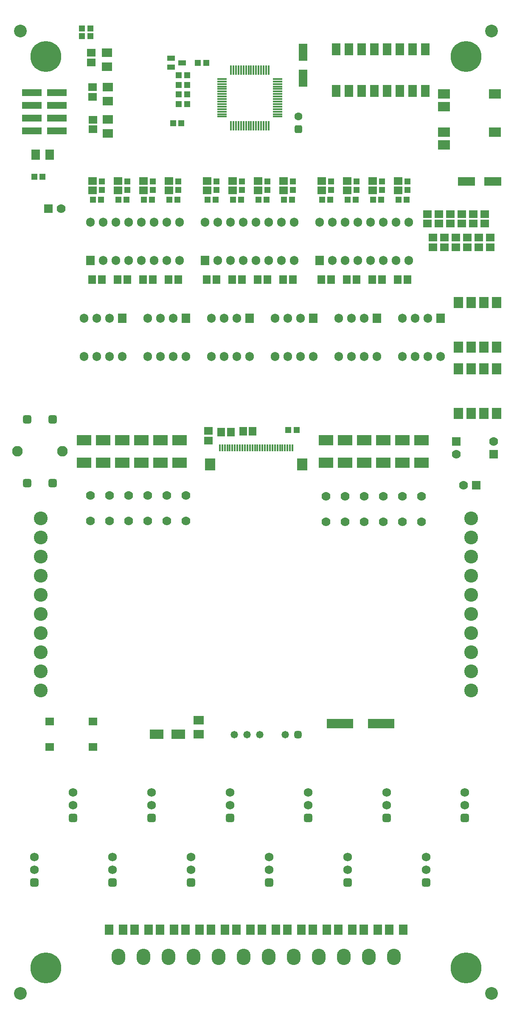
<source format=gts>
%FSLAX25Y25*%
%MOIN*%
G70*
G01*
G75*
G04 Layer_Color=8388736*
%ADD10R,0.09000X0.06500*%
%ADD11R,0.07000X0.08000*%
%ADD12R,0.05906X0.05118*%
%ADD13R,0.12500X0.06000*%
%ADD14R,0.06000X0.12500*%
%ADD15R,0.05600X0.03600*%
%ADD16R,0.06299X0.07087*%
%ADD17R,0.10630X0.07087*%
%ADD18R,0.04331X0.03937*%
%ADD19R,0.05118X0.05906*%
%ADD20C,0.05000*%
%ADD21R,0.07087X0.06299*%
%ADD22R,0.03937X0.04331*%
%ADD23R,0.06000X0.08500*%
%ADD24R,0.01181X0.05118*%
%ADD25R,0.07087X0.08661*%
%ADD26O,0.01181X0.07087*%
%ADD27O,0.07087X0.01181*%
%ADD28R,0.14500X0.05000*%
%ADD29R,0.10000X0.07000*%
%ADD30R,0.20000X0.07000*%
%ADD31R,0.06000X0.05500*%
%ADD32C,0.00800*%
%ADD33C,0.01000*%
%ADD34C,0.05000*%
%ADD35C,0.02000*%
%ADD36C,0.08000*%
%ADD37C,0.02500*%
%ADD38C,0.01200*%
%ADD39C,0.13000*%
%ADD40C,0.10000*%
%ADD41C,0.06000*%
G04:AMPARAMS|DCode=42|XSize=60mil|YSize=60mil|CornerRadius=15mil|HoleSize=0mil|Usage=FLASHONLY|Rotation=90.000|XOffset=0mil|YOffset=0mil|HoleType=Round|Shape=RoundedRectangle|*
%AMROUNDEDRECTD42*
21,1,0.06000,0.03000,0,0,90.0*
21,1,0.03000,0.06000,0,0,90.0*
1,1,0.03000,0.01500,0.01500*
1,1,0.03000,0.01500,-0.01500*
1,1,0.03000,-0.01500,-0.01500*
1,1,0.03000,-0.01500,0.01500*
%
%ADD42ROUNDEDRECTD42*%
%ADD43R,0.06200X0.06200*%
%ADD44C,0.06200*%
%ADD45O,0.06000X0.06400*%
%ADD46R,0.06000X0.06400*%
%ADD47O,0.10000X0.12000*%
%ADD48C,0.23400*%
%ADD49R,0.06200X0.06200*%
%ADD50C,0.10000*%
%ADD51C,0.07500*%
G04:AMPARAMS|DCode=52|XSize=50mil|YSize=50mil|CornerRadius=12.5mil|HoleSize=0mil|Usage=FLASHONLY|Rotation=180.000|XOffset=0mil|YOffset=0mil|HoleType=Round|Shape=RoundedRectangle|*
%AMROUNDEDRECTD52*
21,1,0.05000,0.02500,0,0,180.0*
21,1,0.02500,0.05000,0,0,180.0*
1,1,0.02500,-0.01250,0.01250*
1,1,0.02500,0.01250,0.01250*
1,1,0.02500,0.01250,-0.01250*
1,1,0.02500,-0.01250,-0.01250*
%
%ADD52ROUNDEDRECTD52*%
%ADD53C,0.05500*%
G04:AMPARAMS|DCode=54|XSize=55mil|YSize=55mil|CornerRadius=13.75mil|HoleSize=0mil|Usage=FLASHONLY|Rotation=180.000|XOffset=0mil|YOffset=0mil|HoleType=Round|Shape=RoundedRectangle|*
%AMROUNDEDRECTD54*
21,1,0.05500,0.02750,0,0,180.0*
21,1,0.02750,0.05500,0,0,180.0*
1,1,0.02750,-0.01375,0.01375*
1,1,0.02750,0.01375,0.01375*
1,1,0.02750,0.01375,-0.01375*
1,1,0.02750,-0.01375,-0.01375*
%
%ADD54ROUNDEDRECTD54*%
%ADD55C,0.03000*%
%ADD56C,0.08000*%
%ADD57R,0.09000X0.10000*%
%ADD58R,0.06000X0.02500*%
%ADD59R,0.02500X0.06000*%
%ADD60R,0.11800X0.06300*%
%ADD61R,0.25590X0.23622*%
%ADD62C,0.03000*%
%ADD63C,0.02362*%
%ADD64C,0.00984*%
%ADD65C,0.00500*%
%ADD66C,0.01500*%
%ADD67C,0.00699*%
%ADD68C,0.00787*%
%ADD69C,0.01600*%
%ADD70R,0.19000X0.55500*%
%ADD71R,0.06000X0.06000*%
%ADD72P,0.09051X4X180.0*%
%ADD73O,0.10200X0.12200*%
%ADD74P,0.09051X4X90.0*%
%ADD75C,0.05106*%
G04:AMPARAMS|DCode=76|XSize=51.06mil|YSize=51.06mil|CornerRadius=12.77mil|HoleSize=0mil|Usage=FLASHONLY|Rotation=0.000|XOffset=0mil|YOffset=0mil|HoleType=Round|Shape=RoundedRectangle|*
%AMROUNDEDRECTD76*
21,1,0.05106,0.02553,0,0,0.0*
21,1,0.02553,0.05106,0,0,0.0*
1,1,0.02553,0.01277,-0.01277*
1,1,0.02553,-0.01277,-0.01277*
1,1,0.02553,-0.01277,0.01277*
1,1,0.02553,0.01277,0.01277*
%
%ADD76ROUNDEDRECTD76*%
%ADD77R,0.06890X0.08465*%
%ADD78R,0.09800X0.07300*%
%ADD79R,0.07800X0.08800*%
%ADD80R,0.06706X0.05918*%
%ADD81R,0.13300X0.06800*%
%ADD82R,0.06800X0.13300*%
%ADD83R,0.06400X0.04400*%
%ADD84R,0.07099X0.07887*%
%ADD85R,0.11430X0.07887*%
%ADD86R,0.05131X0.04737*%
%ADD87R,0.05918X0.06706*%
%ADD88R,0.07887X0.07099*%
%ADD89R,0.04737X0.05131*%
%ADD90R,0.06800X0.09300*%
%ADD91R,0.01481X0.05418*%
%ADD92R,0.07874X0.09449*%
%ADD93O,0.01481X0.07387*%
%ADD94O,0.07387X0.01481*%
%ADD95R,0.15300X0.05800*%
%ADD96R,0.10800X0.07800*%
%ADD97R,0.20800X0.07800*%
%ADD98R,0.06800X0.06300*%
%ADD99C,0.06800*%
G04:AMPARAMS|DCode=100|XSize=68mil|YSize=68mil|CornerRadius=19mil|HoleSize=0mil|Usage=FLASHONLY|Rotation=90.000|XOffset=0mil|YOffset=0mil|HoleType=Round|Shape=RoundedRectangle|*
%AMROUNDEDRECTD100*
21,1,0.06800,0.03000,0,0,90.0*
21,1,0.03000,0.06800,0,0,90.0*
1,1,0.03800,0.01500,0.01500*
1,1,0.03800,0.01500,-0.01500*
1,1,0.03800,-0.01500,-0.01500*
1,1,0.03800,-0.01500,0.01500*
%
%ADD100ROUNDEDRECTD100*%
%ADD101R,0.07000X0.07000*%
%ADD102C,0.07000*%
%ADD103O,0.06800X0.07200*%
%ADD104R,0.06800X0.07200*%
%ADD105O,0.10800X0.12800*%
%ADD106C,0.24200*%
%ADD107R,0.07000X0.07000*%
%ADD108C,0.10800*%
%ADD109C,0.08300*%
%ADD110C,0.05800*%
G04:AMPARAMS|DCode=111|XSize=58mil|YSize=58mil|CornerRadius=16.5mil|HoleSize=0mil|Usage=FLASHONLY|Rotation=180.000|XOffset=0mil|YOffset=0mil|HoleType=Round|Shape=RoundedRectangle|*
%AMROUNDEDRECTD111*
21,1,0.05800,0.02500,0,0,180.0*
21,1,0.02500,0.05800,0,0,180.0*
1,1,0.03300,-0.01250,0.01250*
1,1,0.03300,0.01250,0.01250*
1,1,0.03300,0.01250,-0.01250*
1,1,0.03300,-0.01250,-0.01250*
%
%ADD111ROUNDEDRECTD111*%
%ADD112C,0.06300*%
G04:AMPARAMS|DCode=113|XSize=63mil|YSize=63mil|CornerRadius=17.75mil|HoleSize=0mil|Usage=FLASHONLY|Rotation=180.000|XOffset=0mil|YOffset=0mil|HoleType=Round|Shape=RoundedRectangle|*
%AMROUNDEDRECTD113*
21,1,0.06300,0.02750,0,0,180.0*
21,1,0.02750,0.06300,0,0,180.0*
1,1,0.03550,-0.01375,0.01375*
1,1,0.03550,0.01375,0.01375*
1,1,0.03550,0.01375,-0.01375*
1,1,0.03550,-0.01375,-0.01375*
%
%ADD113ROUNDEDRECTD113*%
G54D50*
X370000Y755000D02*
D03*
X0D02*
D03*
X370000Y0D02*
D03*
X0Y0D02*
D03*
G54D78*
X372500Y675500D02*
D03*
Y705500D02*
D03*
X332500Y665500D02*
D03*
Y675500D02*
D03*
Y695500D02*
D03*
Y705500D02*
D03*
G54D79*
X364000Y542000D02*
D03*
X354000D02*
D03*
Y507000D02*
D03*
X344000Y542000D02*
D03*
X374000D02*
D03*
X344000Y507000D02*
D03*
X374000D02*
D03*
X364000D02*
D03*
Y490000D02*
D03*
X354000D02*
D03*
Y455000D02*
D03*
X344000Y490000D02*
D03*
X374000D02*
D03*
X344000Y455000D02*
D03*
X374000D02*
D03*
X364000D02*
D03*
G54D80*
X355500Y603750D02*
D03*
Y611250D02*
D03*
X346500D02*
D03*
Y603750D02*
D03*
X364500Y611250D02*
D03*
Y603750D02*
D03*
X369000Y592750D02*
D03*
Y585250D02*
D03*
X342000Y592750D02*
D03*
Y585250D02*
D03*
X324000Y592750D02*
D03*
Y585250D02*
D03*
X360000Y592750D02*
D03*
Y585250D02*
D03*
X328500Y611250D02*
D03*
Y603750D02*
D03*
X351000Y585250D02*
D03*
X337500Y603750D02*
D03*
X333000Y585250D02*
D03*
X57000Y685250D02*
D03*
Y677750D02*
D03*
X56500Y710750D02*
D03*
Y703250D02*
D03*
Y629750D02*
D03*
Y637250D02*
D03*
X76500Y629750D02*
D03*
Y637250D02*
D03*
X96500Y629750D02*
D03*
Y637250D02*
D03*
X116500Y629750D02*
D03*
Y637250D02*
D03*
X236500Y629750D02*
D03*
Y637250D02*
D03*
X256500Y629750D02*
D03*
Y637250D02*
D03*
X276500Y629750D02*
D03*
Y637250D02*
D03*
X296500Y629750D02*
D03*
Y637250D02*
D03*
X146500Y629750D02*
D03*
Y637250D02*
D03*
X166500Y629750D02*
D03*
Y637250D02*
D03*
X186500Y629750D02*
D03*
Y637250D02*
D03*
X206500Y629750D02*
D03*
Y637250D02*
D03*
X333000Y592750D02*
D03*
X337500Y611250D02*
D03*
X351000Y592750D02*
D03*
X55500Y730250D02*
D03*
Y737750D02*
D03*
X147500Y433550D02*
D03*
Y441050D02*
D03*
X319500Y611250D02*
D03*
Y603750D02*
D03*
G54D81*
X350250Y637000D02*
D03*
X370750D02*
D03*
G54D82*
X222000Y738250D02*
D03*
Y717750D02*
D03*
G54D83*
X118250Y733500D02*
D03*
X126750Y730000D02*
D03*
X118250Y726500D02*
D03*
G54D84*
X12000Y658000D02*
D03*
X23000D02*
D03*
X209500Y49900D02*
D03*
X220500D02*
D03*
X189500D02*
D03*
X200500D02*
D03*
X169500D02*
D03*
X180500D02*
D03*
X149500D02*
D03*
X160500D02*
D03*
X129500D02*
D03*
X140500D02*
D03*
X109500D02*
D03*
X120500D02*
D03*
X89500D02*
D03*
X100500D02*
D03*
X69500D02*
D03*
X80500D02*
D03*
X229500D02*
D03*
X240500D02*
D03*
X249500D02*
D03*
X260500D02*
D03*
X269500D02*
D03*
X280500D02*
D03*
X289500D02*
D03*
X300500D02*
D03*
G54D85*
X125000Y433750D02*
D03*
Y416250D02*
D03*
X110000Y433750D02*
D03*
Y416250D02*
D03*
X95000Y433750D02*
D03*
Y416250D02*
D03*
X80000Y433750D02*
D03*
Y416250D02*
D03*
X65000Y433750D02*
D03*
Y416250D02*
D03*
X50000Y433750D02*
D03*
Y416250D02*
D03*
X255000D02*
D03*
Y433750D02*
D03*
X240000D02*
D03*
Y416250D02*
D03*
X315000D02*
D03*
Y433750D02*
D03*
X300000Y416250D02*
D03*
Y433750D02*
D03*
X285000Y416250D02*
D03*
Y433750D02*
D03*
X270000D02*
D03*
Y416250D02*
D03*
G54D86*
X145750Y730000D02*
D03*
X216750Y442000D02*
D03*
X210250D02*
D03*
X146750Y622500D02*
D03*
X153250D02*
D03*
X166750D02*
D03*
X173250D02*
D03*
X186750D02*
D03*
X193250D02*
D03*
X206750D02*
D03*
X213250D02*
D03*
X236750D02*
D03*
X243250D02*
D03*
X256750D02*
D03*
X263250D02*
D03*
X276750D02*
D03*
X283250D02*
D03*
X296750D02*
D03*
X303250D02*
D03*
X56750D02*
D03*
X63250D02*
D03*
X76750D02*
D03*
X83250D02*
D03*
X96750D02*
D03*
X103250D02*
D03*
X116750D02*
D03*
X123250D02*
D03*
X119750Y682500D02*
D03*
X126250D02*
D03*
X124250Y697700D02*
D03*
X130750D02*
D03*
X124250Y705200D02*
D03*
X130750D02*
D03*
X10750Y640500D02*
D03*
X17250D02*
D03*
X139250Y730000D02*
D03*
X54750Y751000D02*
D03*
X48250D02*
D03*
Y757000D02*
D03*
X54750D02*
D03*
X124250Y720200D02*
D03*
X130750D02*
D03*
X124250Y712700D02*
D03*
X130750D02*
D03*
G54D87*
X206250Y560000D02*
D03*
X213750D02*
D03*
X186250D02*
D03*
X193750D02*
D03*
X166250D02*
D03*
X173750D02*
D03*
X146250D02*
D03*
X153750D02*
D03*
X303750D02*
D03*
X296250D02*
D03*
X283750D02*
D03*
X276250D02*
D03*
X263750D02*
D03*
X256250D02*
D03*
X243750D02*
D03*
X236250D02*
D03*
X123750D02*
D03*
X116250D02*
D03*
X103750D02*
D03*
X96250D02*
D03*
X83750D02*
D03*
X76250D02*
D03*
X63750D02*
D03*
X56250D02*
D03*
X157550Y440300D02*
D03*
X165050D02*
D03*
X174750Y441000D02*
D03*
X182250D02*
D03*
G54D88*
X68500Y674500D02*
D03*
Y685500D02*
D03*
Y700000D02*
D03*
Y711000D02*
D03*
X68000Y727000D02*
D03*
Y738000D02*
D03*
X139800Y203300D02*
D03*
Y214300D02*
D03*
G54D89*
X64000Y636750D02*
D03*
Y630250D02*
D03*
X84000Y636750D02*
D03*
Y630250D02*
D03*
X104000Y636750D02*
D03*
Y630250D02*
D03*
X124000Y636750D02*
D03*
Y630250D02*
D03*
X244000Y636750D02*
D03*
Y630250D02*
D03*
X264000Y636750D02*
D03*
Y630250D02*
D03*
X284000Y636750D02*
D03*
Y630250D02*
D03*
X304000Y636750D02*
D03*
Y630250D02*
D03*
X154000Y636750D02*
D03*
Y630250D02*
D03*
X174000Y636750D02*
D03*
Y630250D02*
D03*
X194000Y636750D02*
D03*
Y630250D02*
D03*
X214000Y636750D02*
D03*
Y630250D02*
D03*
G54D90*
X307700Y707900D02*
D03*
X317700D02*
D03*
X307700Y740400D02*
D03*
X317700D02*
D03*
X287700Y707900D02*
D03*
Y740400D02*
D03*
X297700Y707900D02*
D03*
Y740400D02*
D03*
X257700D02*
D03*
Y707900D02*
D03*
X247700Y740400D02*
D03*
Y707900D02*
D03*
X277700Y740400D02*
D03*
X267700D02*
D03*
X277700Y707900D02*
D03*
X267700D02*
D03*
G54D91*
X156457Y427798D02*
D03*
X158425D02*
D03*
X160394D02*
D03*
X162362D02*
D03*
X164331D02*
D03*
X166299D02*
D03*
X168268D02*
D03*
X170236D02*
D03*
X172205D02*
D03*
X174173D02*
D03*
X176142D02*
D03*
X178110D02*
D03*
X180079D02*
D03*
X182047D02*
D03*
X184016D02*
D03*
X185984D02*
D03*
X187953D02*
D03*
X189921D02*
D03*
X191890D02*
D03*
X193858D02*
D03*
X195827D02*
D03*
X197795D02*
D03*
X199764D02*
D03*
X201732D02*
D03*
X203701D02*
D03*
X205669D02*
D03*
X207638D02*
D03*
X209606D02*
D03*
X211575D02*
D03*
X213543D02*
D03*
G54D92*
X221024Y415002D02*
D03*
X148976D02*
D03*
G54D93*
X165236Y724350D02*
D03*
X167205D02*
D03*
X169173D02*
D03*
X171142D02*
D03*
X173110D02*
D03*
X175079D02*
D03*
X177047D02*
D03*
X179016D02*
D03*
X180984D02*
D03*
X182953D02*
D03*
X184921D02*
D03*
X186890D02*
D03*
X188858D02*
D03*
X190827D02*
D03*
X192795D02*
D03*
X194764D02*
D03*
Y680650D02*
D03*
X192795D02*
D03*
X190827D02*
D03*
X188858D02*
D03*
X186890D02*
D03*
X184921D02*
D03*
X182953D02*
D03*
X180984D02*
D03*
X179016D02*
D03*
X177047D02*
D03*
X175079D02*
D03*
X173110D02*
D03*
X171142D02*
D03*
X169173D02*
D03*
X167205D02*
D03*
X165236D02*
D03*
G54D94*
X201850Y717264D02*
D03*
Y715295D02*
D03*
Y713327D02*
D03*
Y711358D02*
D03*
Y709390D02*
D03*
Y707421D02*
D03*
Y705453D02*
D03*
Y703484D02*
D03*
Y701516D02*
D03*
Y699547D02*
D03*
Y697579D02*
D03*
Y695610D02*
D03*
Y693642D02*
D03*
Y691673D02*
D03*
Y689705D02*
D03*
Y687736D02*
D03*
X158150D02*
D03*
Y689705D02*
D03*
Y691673D02*
D03*
Y693642D02*
D03*
Y695610D02*
D03*
Y697579D02*
D03*
Y699547D02*
D03*
Y701516D02*
D03*
Y703484D02*
D03*
Y705453D02*
D03*
Y707421D02*
D03*
Y709390D02*
D03*
Y711358D02*
D03*
Y713327D02*
D03*
Y715295D02*
D03*
Y717264D02*
D03*
G54D95*
X28450Y696400D02*
D03*
Y706400D02*
D03*
Y676400D02*
D03*
Y686400D02*
D03*
X8950Y696400D02*
D03*
Y706400D02*
D03*
Y676400D02*
D03*
Y686400D02*
D03*
G54D96*
X107000Y203300D02*
D03*
X124000D02*
D03*
G54D97*
X283250Y211400D02*
D03*
X250750D02*
D03*
G54D98*
X57000Y213100D02*
D03*
Y193100D02*
D03*
X23000Y213100D02*
D03*
Y193100D02*
D03*
G54D99*
X10700Y96800D02*
D03*
Y106800D02*
D03*
X41273Y147700D02*
D03*
Y157700D02*
D03*
X102818Y147700D02*
D03*
Y157700D02*
D03*
X133791Y96800D02*
D03*
Y106800D02*
D03*
X164364Y147700D02*
D03*
Y157700D02*
D03*
X195336Y96800D02*
D03*
Y106800D02*
D03*
X225909Y147700D02*
D03*
Y157700D02*
D03*
X287455Y147700D02*
D03*
Y157700D02*
D03*
X318427Y96800D02*
D03*
Y106800D02*
D03*
X349000Y147700D02*
D03*
Y157700D02*
D03*
X256882Y96800D02*
D03*
Y106800D02*
D03*
X72245Y96800D02*
D03*
Y106800D02*
D03*
G54D100*
X10700Y86800D02*
D03*
X41273Y137700D02*
D03*
X102818D02*
D03*
X133791Y86800D02*
D03*
X164364Y137700D02*
D03*
X195336Y86800D02*
D03*
X225909Y137700D02*
D03*
X287455D02*
D03*
X318427Y86800D02*
D03*
X349000Y137700D02*
D03*
X256882Y86800D02*
D03*
X5300Y400100D02*
D03*
Y450100D02*
D03*
X25300Y400100D02*
D03*
Y450100D02*
D03*
X72245Y86800D02*
D03*
G54D101*
X371400Y423000D02*
D03*
X342200Y433000D02*
D03*
G54D102*
X371400D02*
D03*
X342200Y423000D02*
D03*
X315000Y390000D02*
D03*
Y370000D02*
D03*
X300000D02*
D03*
Y390000D02*
D03*
X285000D02*
D03*
Y370000D02*
D03*
X270000Y390000D02*
D03*
Y370000D02*
D03*
X255000Y390000D02*
D03*
Y370000D02*
D03*
X240000Y390000D02*
D03*
Y370000D02*
D03*
X54800Y370500D02*
D03*
Y390500D02*
D03*
X69800Y370500D02*
D03*
Y390500D02*
D03*
X84800Y370500D02*
D03*
Y390500D02*
D03*
X99800Y370500D02*
D03*
Y390500D02*
D03*
X114800Y370500D02*
D03*
Y390500D02*
D03*
X129800Y370500D02*
D03*
Y390500D02*
D03*
X32000Y615500D02*
D03*
X347700Y398700D02*
D03*
G54D103*
X235000Y605000D02*
D03*
X295000D02*
D03*
X265000D02*
D03*
X295000Y575000D02*
D03*
X265000D02*
D03*
X255000Y605000D02*
D03*
X245000D02*
D03*
X285000D02*
D03*
X275000D02*
D03*
X305000D02*
D03*
X245000Y575000D02*
D03*
X255000D02*
D03*
X285000D02*
D03*
X275000D02*
D03*
X305000D02*
D03*
X145000Y605000D02*
D03*
X205000D02*
D03*
X175000D02*
D03*
X205000Y575000D02*
D03*
X175000D02*
D03*
X165000Y605000D02*
D03*
X155000D02*
D03*
X195000D02*
D03*
X185000D02*
D03*
X215000D02*
D03*
X155000Y575000D02*
D03*
X165000D02*
D03*
X195000D02*
D03*
X185000D02*
D03*
X215000D02*
D03*
X55000Y605000D02*
D03*
X115000D02*
D03*
X85000D02*
D03*
X115000Y575000D02*
D03*
X85000D02*
D03*
X75000Y605000D02*
D03*
X65000D02*
D03*
X105000D02*
D03*
X95000D02*
D03*
X125000D02*
D03*
X65000Y575000D02*
D03*
X75000D02*
D03*
X105000D02*
D03*
X95000D02*
D03*
X125000D02*
D03*
X320000Y499500D02*
D03*
Y529500D02*
D03*
X330000Y499500D02*
D03*
X300000D02*
D03*
X310000D02*
D03*
X300000Y529500D02*
D03*
X310000D02*
D03*
X270000Y499500D02*
D03*
Y529500D02*
D03*
X280000Y499500D02*
D03*
X250000D02*
D03*
X260000D02*
D03*
X250000Y529500D02*
D03*
X260000D02*
D03*
X220000Y499500D02*
D03*
Y529500D02*
D03*
X230000Y499500D02*
D03*
X200000D02*
D03*
X210000D02*
D03*
X200000Y529500D02*
D03*
X210000D02*
D03*
X170000Y499500D02*
D03*
Y529500D02*
D03*
X180000Y499500D02*
D03*
X150000D02*
D03*
X160000D02*
D03*
X150000Y529500D02*
D03*
X160000D02*
D03*
X120000Y499500D02*
D03*
Y529500D02*
D03*
X130000Y499500D02*
D03*
X100000D02*
D03*
X110000D02*
D03*
X100000Y529500D02*
D03*
X110000D02*
D03*
X70000Y499500D02*
D03*
Y529500D02*
D03*
X80000Y499500D02*
D03*
X50000D02*
D03*
X60000D02*
D03*
X50000Y529500D02*
D03*
X60000D02*
D03*
G54D104*
X235000Y575000D02*
D03*
X145000D02*
D03*
X55000D02*
D03*
X330000Y529500D02*
D03*
X280000D02*
D03*
X230000D02*
D03*
X180000D02*
D03*
X130000D02*
D03*
X80000D02*
D03*
G54D105*
X234213Y28400D02*
D03*
X273583D02*
D03*
X293268D02*
D03*
X253898D02*
D03*
X175158D02*
D03*
X116103D02*
D03*
X214528D02*
D03*
X194843D02*
D03*
X155473D02*
D03*
X135787D02*
D03*
X96417D02*
D03*
X76732D02*
D03*
G54D106*
X350000Y735000D02*
D03*
X20000D02*
D03*
X350000Y20000D02*
D03*
X20000D02*
D03*
G54D107*
X22000Y615500D02*
D03*
X357700Y398700D02*
D03*
G54D108*
X16000Y237500D02*
D03*
Y267500D02*
D03*
Y297500D02*
D03*
Y252500D02*
D03*
Y282500D02*
D03*
Y312500D02*
D03*
Y372500D02*
D03*
Y342500D02*
D03*
Y357500D02*
D03*
Y327500D02*
D03*
X354000Y237500D02*
D03*
Y267500D02*
D03*
Y297500D02*
D03*
Y252500D02*
D03*
Y282500D02*
D03*
Y312500D02*
D03*
Y372500D02*
D03*
Y342500D02*
D03*
Y357500D02*
D03*
Y327500D02*
D03*
G54D109*
X-2400Y425100D02*
D03*
X33000D02*
D03*
G54D110*
X168000Y203000D02*
D03*
X178000D02*
D03*
X188000D02*
D03*
X208000D02*
D03*
G54D111*
X218000D02*
D03*
G54D112*
X218300Y687800D02*
D03*
G54D113*
Y677800D02*
D03*
M02*

</source>
